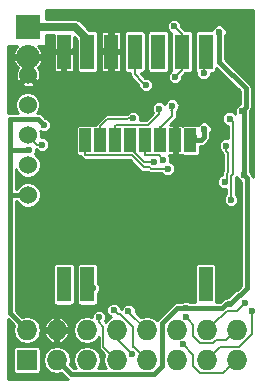
<source format=gbr>
G04 #@! TF.GenerationSoftware,KiCad,Pcbnew,no-vcs-found-7592~57~ubuntu16.10.1*
G04 #@! TF.CreationDate,2017-02-07T20:26:05+01:00*
G04 #@! TF.ProjectId,SensebenderMicro2,53656E736562656E6465724D6963726F,rev?*
G04 #@! TF.FileFunction,Copper,L2,Bot,Signal*
G04 #@! TF.FilePolarity,Positive*
%FSLAX46Y46*%
G04 Gerber Fmt 4.6, Leading zero omitted, Abs format (unit mm)*
G04 Created by KiCad (PCBNEW no-vcs-found-7592~57~ubuntu16.10.1) date Tue Feb  7 20:26:05 2017*
%MOMM*%
%LPD*%
G01*
G04 APERTURE LIST*
%ADD10C,0.100000*%
%ADD11C,0.600000*%
%ADD12R,1.200000X3.000000*%
%ADD13C,1.524000*%
%ADD14O,2.032000X2.032000*%
%ADD15R,2.032000X2.032000*%
%ADD16R,1.000000X2.000000*%
%ADD17O,1.727200X1.727200*%
%ADD18R,1.727200X1.727200*%
%ADD19C,0.381000*%
%ADD20C,0.203200*%
%ADD21C,0.710000*%
%ADD22C,0.228600*%
G04 APERTURE END LIST*
D10*
D11*
X104355900Y-90398600D03*
X101193600Y-90424000D03*
X102412800Y-87960200D03*
X107188000Y-99339400D03*
X92887800Y-84709000D03*
X94056200Y-84785200D03*
X95046800Y-85852000D03*
D12*
X106126800Y-85877400D03*
X104126800Y-85877400D03*
X102126800Y-85877400D03*
X100126800Y-85877400D03*
X98126800Y-85877400D03*
X96126800Y-85877400D03*
X94126800Y-85877400D03*
X94126800Y-105577400D03*
X96126800Y-105577400D03*
X106126800Y-105577400D03*
D11*
X108839000Y-84226400D03*
X109499400Y-87960200D03*
X90271600Y-99237800D03*
X108915200Y-97180400D03*
X89763600Y-90246200D03*
X90271600Y-100990400D03*
X91465400Y-96748600D03*
X90256360Y-96662240D03*
X94030800Y-101666040D03*
X93578680Y-103124000D03*
X107533440Y-104566720D03*
X105928160Y-100538280D03*
X97703640Y-85872320D03*
X108862400Y-82715100D03*
X101942900Y-105257600D03*
X98729800Y-106083100D03*
X95427800Y-102819200D03*
X94767400Y-94056200D03*
X93891100Y-95885000D03*
X101130100Y-84048600D03*
X93461840Y-99222560D03*
X99034600Y-90779600D03*
X106273600Y-88595200D03*
X93764100Y-91351100D03*
X96418400Y-91325700D03*
X92214700Y-89877900D03*
X91694000Y-103263700D03*
X91732100Y-101828600D03*
X97243900Y-104241600D03*
X103162100Y-107149900D03*
X104470200Y-105562400D03*
X98850200Y-88277700D03*
X96850200Y-88277700D03*
X104862400Y-82715100D03*
X102862400Y-82715100D03*
X100862400Y-82715100D03*
X98862400Y-82715100D03*
X96862400Y-82715100D03*
X94862400Y-82715100D03*
D13*
X91059000Y-90398600D03*
D14*
X91084400Y-86334600D03*
D15*
X91084400Y-83794600D03*
D11*
X92862400Y-82715100D03*
X101517200Y-98418400D03*
X100517200Y-98418400D03*
X99517200Y-98418400D03*
X101517200Y-97418400D03*
X99517200Y-97418400D03*
X101517200Y-96418400D03*
X100517200Y-96418400D03*
X99517200Y-96418400D03*
D16*
X104851200Y-93395800D03*
X103581200Y-93395800D03*
X102311200Y-93395800D03*
X101041200Y-93395800D03*
X99771200Y-93395800D03*
X98501200Y-93395800D03*
X97231200Y-93395800D03*
X95961200Y-93395800D03*
D17*
X108762800Y-109448600D03*
X108762800Y-111988600D03*
X106222800Y-109448600D03*
X106222800Y-111988600D03*
X103682800Y-109448600D03*
X103682800Y-111988600D03*
X101142800Y-109448600D03*
X101142800Y-111988600D03*
D18*
X90982800Y-111988600D03*
D17*
X90982800Y-109448600D03*
X93522800Y-111988600D03*
X93522800Y-109448600D03*
X96062800Y-111988600D03*
X96062800Y-109448600D03*
X98602800Y-111988600D03*
X98602800Y-109448600D03*
D13*
X91084400Y-92938600D03*
X91084400Y-87858600D03*
X91084400Y-95478600D03*
X91084400Y-98018600D03*
D11*
X107382918Y-96076021D03*
X107797600Y-92798900D03*
X108208306Y-107243590D03*
X104503751Y-107575002D03*
X107289600Y-84201000D03*
X109392530Y-96326389D03*
X109202400Y-90888300D03*
X91179407Y-94175186D03*
X106018638Y-92413147D03*
X92465752Y-92084752D03*
X94132400Y-105602800D03*
X103458698Y-83743800D03*
X102184200Y-90703400D03*
X103529279Y-88018910D03*
X101900000Y-86393310D03*
X99961700Y-91541600D03*
X101061810Y-88722174D03*
X100393500Y-84912200D03*
X101783056Y-95204482D03*
X102531610Y-95023877D03*
X105959861Y-87669979D03*
X102908100Y-95783400D03*
X106132400Y-105602800D03*
X99597812Y-107884794D03*
X98348800Y-107746800D03*
X91059000Y-90398600D03*
X91084400Y-95478600D03*
X92290900Y-93751400D03*
X108165900Y-91554300D03*
X108297669Y-98417046D03*
X109431032Y-107174342D03*
X110038581Y-107809889D03*
X107736704Y-96894025D03*
X107874658Y-93841804D03*
X97104200Y-108356400D03*
X99898200Y-111506000D03*
X103305573Y-90460246D03*
X96578710Y-105927598D03*
X104435029Y-108349773D03*
X104198087Y-110659525D03*
D19*
X109042200Y-106531013D02*
X108920883Y-106531013D01*
X108508305Y-106943591D02*
X108208306Y-107243590D01*
X107864856Y-107243590D02*
X108208306Y-107243590D01*
X107533444Y-107575002D02*
X107864856Y-107243590D01*
X104503751Y-107575002D02*
X107533444Y-107575002D01*
X108920883Y-106531013D02*
X108508305Y-106943591D01*
X101734113Y-113220501D02*
X102450899Y-112503715D01*
X102450899Y-112503715D02*
X102450899Y-108857287D01*
X104079487Y-107575002D02*
X104503751Y-107575002D01*
X94754701Y-113220501D02*
X101734113Y-113220501D01*
X93522800Y-111988600D02*
X94754701Y-113220501D01*
X103733184Y-107575002D02*
X104079487Y-107575002D01*
X102450899Y-108857287D02*
X103733184Y-107575002D01*
X109639089Y-96572948D02*
X109639089Y-105934124D01*
X109392530Y-96326389D02*
X109639089Y-96572948D01*
X109639089Y-105934124D02*
X109042200Y-106531013D01*
X109202400Y-90888300D02*
X109532701Y-90557999D01*
X109202400Y-90888300D02*
X109318160Y-90888300D01*
X109318160Y-90888300D02*
X109392530Y-90962670D01*
X109042200Y-106531013D02*
X109590840Y-105982373D01*
X109392530Y-90962670D02*
X109392530Y-96326389D01*
X107289600Y-86758499D02*
X109532701Y-89001600D01*
X109532701Y-89001600D02*
X109532701Y-90557999D01*
X107289600Y-84201000D02*
X107289600Y-86758499D01*
X109448981Y-96382840D02*
X109392530Y-96326389D01*
X109285700Y-90805000D02*
X109202400Y-90888300D01*
X89628586Y-94175186D02*
X90755143Y-94175186D01*
X89560400Y-94107000D02*
X89628586Y-94175186D01*
X90755143Y-94175186D02*
X91179407Y-94175186D01*
X89560400Y-97942400D02*
X89560400Y-94107000D01*
X89560400Y-94107000D02*
X89560400Y-91592400D01*
X106018638Y-93109362D02*
X106018638Y-92837411D01*
X106018638Y-92837411D02*
X106018638Y-92413147D01*
X104851200Y-93395800D02*
X105732200Y-93395800D01*
X105732200Y-93395800D02*
X106018638Y-93109362D01*
X89560400Y-91592400D02*
X91973400Y-91592400D01*
X91973400Y-91592400D02*
X92465752Y-92084752D01*
X89560400Y-99542600D02*
X89560400Y-97942400D01*
X89636600Y-98018600D02*
X91084400Y-98018600D01*
X89560400Y-97942400D02*
X89636600Y-98018600D01*
X89560400Y-108026200D02*
X89560400Y-99542600D01*
X90982800Y-109448600D02*
X89560400Y-108026200D01*
X105181400Y-93065600D02*
X104851200Y-93395800D01*
D20*
X103458698Y-83743800D02*
X104126800Y-84411902D01*
X104126800Y-84411902D02*
X104126800Y-85877400D01*
X103529279Y-88018910D02*
X104126800Y-87421389D01*
X104126800Y-87421389D02*
X104126800Y-85877400D01*
X98501200Y-93395800D02*
X98501200Y-92192600D01*
X98501200Y-92192600D02*
X98568000Y-92125800D01*
X98568000Y-92125800D02*
X101226122Y-92125800D01*
X101226122Y-92125800D02*
X102184200Y-91167722D01*
X102184200Y-91167722D02*
X102184200Y-90703400D01*
X104126800Y-84820906D02*
X103895788Y-84589894D01*
X104126800Y-85877400D02*
X104126800Y-84820906D01*
X97231200Y-93395800D02*
X97231200Y-92192600D01*
X99961700Y-91541600D02*
X99537436Y-91541600D01*
X99537436Y-91541600D02*
X99470636Y-91608400D01*
X99470636Y-91608400D02*
X97815400Y-91608400D01*
X97231200Y-92192600D02*
X97815400Y-91608400D01*
X100118957Y-85727508D02*
X100118957Y-87779321D01*
X100761811Y-88422175D02*
X101061810Y-88722174D01*
X100118957Y-87779321D02*
X100761811Y-88422175D01*
X100939791Y-95204482D02*
X101358792Y-95204482D01*
X99771200Y-94035891D02*
X100939791Y-95204482D01*
X101358792Y-95204482D02*
X101783056Y-95204482D01*
X99771200Y-93395800D02*
X99771200Y-94035891D01*
X101092001Y-94649801D02*
X102157534Y-94649801D01*
X102157534Y-94649801D02*
X102531610Y-95023877D01*
X105959861Y-87669979D02*
X105959861Y-86075339D01*
X105959861Y-86075339D02*
X106132400Y-85902800D01*
X106173936Y-86151896D02*
X106173936Y-86576160D01*
X106132400Y-85902800D02*
X106173936Y-85944336D01*
X106173936Y-85944336D02*
X106173936Y-86151896D01*
X101041200Y-94599000D02*
X101092001Y-94649801D01*
X101057200Y-94615000D02*
X101092001Y-94649801D01*
X101041200Y-93395800D02*
X101041200Y-94599000D01*
X101041200Y-94599000D02*
X101057200Y-94615000D01*
X102908100Y-95783400D02*
X102905809Y-95781109D01*
X102905809Y-95781109D02*
X101539761Y-95781109D01*
X101415052Y-95656400D02*
X100888800Y-95656400D01*
X101539761Y-95781109D02*
X101415052Y-95656400D01*
X99882201Y-94649801D02*
X96012001Y-94649801D01*
X100888800Y-95656400D02*
X99882201Y-94649801D01*
X96012001Y-94649801D02*
X95961200Y-94599000D01*
X95961200Y-94599000D02*
X95961200Y-93395800D01*
X99597812Y-107903612D02*
X99597812Y-107884794D01*
X101142800Y-109448600D02*
X99597812Y-107903612D01*
X98885250Y-108077000D02*
X98679000Y-108077000D01*
X98679000Y-108077000D02*
X98348800Y-107746800D01*
X100083121Y-110870999D02*
X100025199Y-110870999D01*
X101142800Y-111930678D02*
X100083121Y-110870999D01*
X101142800Y-111988600D02*
X101142800Y-111930678D01*
X100025199Y-110870999D02*
X100025199Y-109216949D01*
X100025199Y-109216949D02*
X98885250Y-108077000D01*
X91059000Y-90398600D02*
X91059000Y-90093800D01*
X92290900Y-93751400D02*
X91897200Y-93751400D01*
X91897200Y-93751400D02*
X91084400Y-92938600D01*
X107950000Y-107823000D02*
X108782374Y-107823000D01*
X109431032Y-107174342D02*
X108782374Y-107823000D01*
X107416600Y-108356400D02*
X107950000Y-107823000D01*
X107315000Y-108356400D02*
X106222800Y-109448600D01*
X107315000Y-108356400D02*
X107416600Y-108356400D01*
X108297669Y-96375237D02*
X108428659Y-96244247D01*
X108428659Y-96244247D02*
X108428659Y-91817059D01*
X108428659Y-91817059D02*
X108165900Y-91554300D01*
X108297669Y-98417046D02*
X108297669Y-96375237D01*
X110038581Y-109826869D02*
X110038581Y-108234153D01*
X106222800Y-111988600D02*
X107340401Y-110870999D01*
X110038581Y-108234153D02*
X110038581Y-107809889D01*
X107340401Y-110870999D02*
X108994451Y-110870999D01*
X108994451Y-110870999D02*
X110038581Y-109826869D01*
X107942058Y-96227940D02*
X107942058Y-96688671D01*
X108067523Y-94458933D02*
X108067523Y-96102475D01*
X107874658Y-93841804D02*
X107874658Y-94266068D01*
X108067523Y-96102475D02*
X107942058Y-96227940D01*
X107874658Y-94266068D02*
X108067523Y-94458933D01*
X107942058Y-96688671D02*
X107736704Y-96894025D01*
D21*
X91084400Y-83794600D02*
X95083242Y-83794600D01*
X95083242Y-83794600D02*
X96132400Y-84843758D01*
X96132400Y-84843758D02*
X96132400Y-85902800D01*
D20*
X97104200Y-108356400D02*
X97104200Y-108780664D01*
X97104200Y-108780664D02*
X97485199Y-109161663D01*
X97485199Y-109161663D02*
X97485199Y-110870999D01*
X97485199Y-110870999D02*
X97739201Y-111125001D01*
X97739201Y-111125001D02*
X98602800Y-111988600D01*
X99898200Y-111506000D02*
X98602800Y-110210600D01*
X98602800Y-110210600D02*
X98602800Y-109448600D01*
X102311200Y-92318840D02*
X103305573Y-91324467D01*
X103305573Y-91324467D02*
X103305573Y-90884510D01*
X103305573Y-90884510D02*
X103305573Y-90460246D01*
X102311200Y-93395800D02*
X102311200Y-92318840D01*
X102311200Y-92318840D02*
X102311200Y-92192600D01*
X103213471Y-90820240D02*
X103233304Y-90820240D01*
X96253912Y-105602800D02*
X96278711Y-105627599D01*
X96278711Y-105627599D02*
X96578710Y-105927598D01*
X96132400Y-105602800D02*
X96253912Y-105602800D01*
X107899201Y-110312199D02*
X107013251Y-110312199D01*
X105686351Y-110566201D02*
X105105199Y-109985049D01*
X106759249Y-110566201D02*
X105686351Y-110566201D01*
X104735028Y-108649772D02*
X104435029Y-108349773D01*
X108762800Y-109448600D02*
X107899201Y-110312199D01*
X105105199Y-109985049D02*
X105105199Y-109019943D01*
X107013251Y-110312199D02*
X106759249Y-110566201D01*
X105105199Y-109019943D02*
X104735028Y-108649772D01*
X105686351Y-113106201D02*
X107645199Y-113106201D01*
X104198087Y-110659525D02*
X105105199Y-111566637D01*
X107645199Y-113106201D02*
X107899201Y-112852199D01*
X105105199Y-112525049D02*
X105686351Y-113106201D01*
X107899201Y-112852199D02*
X108762800Y-111988600D01*
X105105199Y-111566637D02*
X105105199Y-112525049D01*
D22*
G36*
X110132500Y-96499604D02*
X110122585Y-96449756D01*
X110108420Y-96378544D01*
X110010113Y-96231419D01*
X110010137Y-96204099D01*
X109916327Y-95977060D01*
X109900530Y-95961235D01*
X109900530Y-90962670D01*
X109891558Y-90917562D01*
X109891911Y-90917209D01*
X110002032Y-90752403D01*
X110040701Y-90557999D01*
X110040701Y-89001600D01*
X110002032Y-88807197D01*
X109891911Y-88642390D01*
X107797600Y-86548079D01*
X107797600Y-84566403D01*
X107812786Y-84551243D01*
X107906993Y-84324367D01*
X107907207Y-84078710D01*
X107813397Y-83851671D01*
X107639843Y-83677814D01*
X107412967Y-83583607D01*
X107167310Y-83583393D01*
X106940271Y-83677203D01*
X106766414Y-83850757D01*
X106682153Y-84053680D01*
X105526800Y-84053680D01*
X105402918Y-84078322D01*
X105297895Y-84148495D01*
X105227722Y-84253518D01*
X105203080Y-84377400D01*
X105203080Y-87377400D01*
X105227722Y-87501282D01*
X105297895Y-87606305D01*
X105342390Y-87636035D01*
X105342254Y-87792269D01*
X105436064Y-88019308D01*
X105609618Y-88193165D01*
X105836494Y-88287372D01*
X106082151Y-88287586D01*
X106309190Y-88193776D01*
X106483047Y-88020222D01*
X106577254Y-87793346D01*
X106577334Y-87701120D01*
X106726800Y-87701120D01*
X106850682Y-87676478D01*
X106955705Y-87606305D01*
X107025878Y-87501282D01*
X107050520Y-87377400D01*
X107050520Y-87237839D01*
X109024701Y-89212020D01*
X109024701Y-90293587D01*
X108853071Y-90364503D01*
X108679214Y-90538057D01*
X108585007Y-90764933D01*
X108584793Y-91010590D01*
X108647745Y-91162945D01*
X108516143Y-91031114D01*
X108289267Y-90936907D01*
X108043610Y-90936693D01*
X107816571Y-91030503D01*
X107642714Y-91204057D01*
X107548507Y-91430933D01*
X107548293Y-91676590D01*
X107642103Y-91903629D01*
X107815657Y-92077486D01*
X108009559Y-92158001D01*
X108009559Y-93229200D01*
X107998025Y-93224411D01*
X107752368Y-93224197D01*
X107525329Y-93318007D01*
X107351472Y-93491561D01*
X107257265Y-93718437D01*
X107257051Y-93964094D01*
X107350861Y-94191133D01*
X107462997Y-94303464D01*
X107487460Y-94426451D01*
X107559588Y-94534397D01*
X107578310Y-94562416D01*
X107648423Y-94632529D01*
X107648423Y-95928879D01*
X107645710Y-95931592D01*
X107554860Y-96067557D01*
X107522958Y-96227940D01*
X107522958Y-96314207D01*
X107387375Y-96370228D01*
X107213518Y-96543782D01*
X107119311Y-96770658D01*
X107119097Y-97016315D01*
X107212907Y-97243354D01*
X107386461Y-97417211D01*
X107613337Y-97511418D01*
X107858994Y-97511632D01*
X107878569Y-97503544D01*
X107878569Y-97962898D01*
X107774483Y-98066803D01*
X107680276Y-98293679D01*
X107680062Y-98539336D01*
X107773872Y-98766375D01*
X107947426Y-98940232D01*
X108174302Y-99034439D01*
X108419959Y-99034653D01*
X108646998Y-98940843D01*
X108820855Y-98767289D01*
X108915062Y-98540413D01*
X108915276Y-98294756D01*
X108821466Y-98067717D01*
X108716769Y-97962837D01*
X108716769Y-96548834D01*
X108725008Y-96540595D01*
X108779318Y-96459315D01*
X108868733Y-96675718D01*
X109042287Y-96849575D01*
X109131089Y-96886449D01*
X109131089Y-105723703D01*
X108955645Y-105899148D01*
X108809656Y-106045137D01*
X108758733Y-106055267D01*
X108726479Y-106061682D01*
X108561672Y-106171803D01*
X108149095Y-106584381D01*
X108107474Y-106626002D01*
X108086016Y-106625983D01*
X107858977Y-106719793D01*
X107837752Y-106740981D01*
X107702706Y-106767844D01*
X107670452Y-106774259D01*
X107505646Y-106884380D01*
X107323024Y-107067002D01*
X107050520Y-107067002D01*
X107050520Y-104077400D01*
X107025878Y-103953518D01*
X106955705Y-103848495D01*
X106850682Y-103778322D01*
X106726800Y-103753680D01*
X105526800Y-103753680D01*
X105402918Y-103778322D01*
X105297895Y-103848495D01*
X105227722Y-103953518D01*
X105203080Y-104077400D01*
X105203080Y-107067002D01*
X104869154Y-107067002D01*
X104853994Y-107051816D01*
X104627118Y-106957609D01*
X104381461Y-106957395D01*
X104154422Y-107051205D01*
X104138597Y-107067002D01*
X103733184Y-107067002D01*
X103538781Y-107105671D01*
X103373974Y-107215792D01*
X102091689Y-108498077D01*
X102004017Y-108629288D01*
X101977964Y-108590297D01*
X101594787Y-108334267D01*
X101142800Y-108244361D01*
X100690813Y-108334267D01*
X100649061Y-108362165D01*
X100215275Y-107928379D01*
X100215419Y-107762504D01*
X100121609Y-107535465D01*
X99948055Y-107361608D01*
X99721179Y-107267401D01*
X99475522Y-107267187D01*
X99248483Y-107360997D01*
X99074626Y-107534551D01*
X99012867Y-107683284D01*
X98966364Y-107674034D01*
X98966407Y-107624510D01*
X98872597Y-107397471D01*
X98699043Y-107223614D01*
X98472167Y-107129407D01*
X98226510Y-107129193D01*
X97999471Y-107223003D01*
X97825614Y-107396557D01*
X97731407Y-107623433D01*
X97731193Y-107869090D01*
X97825003Y-108096129D01*
X97998557Y-108269986D01*
X98152537Y-108333924D01*
X98150813Y-108334267D01*
X97767636Y-108590297D01*
X97663051Y-108746819D01*
X97625129Y-108708897D01*
X97627386Y-108706643D01*
X97721593Y-108479767D01*
X97721807Y-108234110D01*
X97627997Y-108007071D01*
X97454443Y-107833214D01*
X97227567Y-107739007D01*
X96981910Y-107738793D01*
X96754871Y-107832603D01*
X96581014Y-108006157D01*
X96486807Y-108233033D01*
X96486724Y-108328685D01*
X96062800Y-108244361D01*
X95610813Y-108334267D01*
X95227636Y-108590297D01*
X94971606Y-108973474D01*
X94881700Y-109425461D01*
X94881700Y-109471739D01*
X94971606Y-109923726D01*
X95227636Y-110306903D01*
X95610813Y-110562933D01*
X96062800Y-110652839D01*
X96514787Y-110562933D01*
X96897964Y-110306903D01*
X97066099Y-110055271D01*
X97066099Y-110870999D01*
X97098001Y-111031382D01*
X97160556Y-111125001D01*
X97188851Y-111167347D01*
X97442852Y-111421349D01*
X97442855Y-111421351D01*
X97520967Y-111499464D01*
X97511606Y-111513474D01*
X97421700Y-111965461D01*
X97421700Y-112011739D01*
X97511606Y-112463726D01*
X97677832Y-112712501D01*
X96987768Y-112712501D01*
X97153994Y-112463726D01*
X97243900Y-112011739D01*
X97243900Y-111965461D01*
X97153994Y-111513474D01*
X96897964Y-111130297D01*
X96514787Y-110874267D01*
X96062800Y-110784361D01*
X95610813Y-110874267D01*
X95227636Y-111130297D01*
X94971606Y-111513474D01*
X94881700Y-111965461D01*
X94881700Y-112011739D01*
X94971606Y-112463726D01*
X95137832Y-112712501D01*
X94965121Y-112712501D01*
X94630975Y-112378355D01*
X94703900Y-112011739D01*
X94703900Y-111965461D01*
X94613994Y-111513474D01*
X94357964Y-111130297D01*
X93974787Y-110874267D01*
X93522800Y-110784361D01*
X93070813Y-110874267D01*
X92687636Y-111130297D01*
X92431606Y-111513474D01*
X92341700Y-111965461D01*
X92341700Y-112011739D01*
X92431606Y-112463726D01*
X92687636Y-112846903D01*
X93070813Y-113102933D01*
X93522800Y-113192839D01*
X93928016Y-113112236D01*
X94395491Y-113579711D01*
X94474494Y-113632500D01*
X89367500Y-113632500D01*
X89367500Y-111125000D01*
X89795480Y-111125000D01*
X89795480Y-112852200D01*
X89820122Y-112976082D01*
X89890295Y-113081105D01*
X89995318Y-113151278D01*
X90119200Y-113175920D01*
X91846400Y-113175920D01*
X91970282Y-113151278D01*
X92075305Y-113081105D01*
X92145478Y-112976082D01*
X92170120Y-112852200D01*
X92170120Y-111125000D01*
X92145478Y-111001118D01*
X92075305Y-110896095D01*
X91970282Y-110825922D01*
X91846400Y-110801280D01*
X90119200Y-110801280D01*
X89995318Y-110825922D01*
X89890295Y-110896095D01*
X89820122Y-111001118D01*
X89795480Y-111125000D01*
X89367500Y-111125000D01*
X89367500Y-108551720D01*
X89874625Y-109058845D01*
X89801700Y-109425461D01*
X89801700Y-109471739D01*
X89891606Y-109923726D01*
X90147636Y-110306903D01*
X90530813Y-110562933D01*
X90982800Y-110652839D01*
X91434787Y-110562933D01*
X91817964Y-110306903D01*
X92073994Y-109923726D01*
X92106154Y-109762044D01*
X92436815Y-109762044D01*
X92639431Y-110153773D01*
X92976531Y-110438146D01*
X93209358Y-110534571D01*
X93383100Y-110503011D01*
X93383100Y-109588300D01*
X93662500Y-109588300D01*
X93662500Y-110503011D01*
X93836242Y-110534571D01*
X94069069Y-110438146D01*
X94406169Y-110153773D01*
X94608785Y-109762044D01*
X94577773Y-109588300D01*
X93662500Y-109588300D01*
X93383100Y-109588300D01*
X92467827Y-109588300D01*
X92436815Y-109762044D01*
X92106154Y-109762044D01*
X92163900Y-109471739D01*
X92163900Y-109425461D01*
X92106155Y-109135156D01*
X92436815Y-109135156D01*
X92467827Y-109308900D01*
X93383100Y-109308900D01*
X93383100Y-108394189D01*
X93662500Y-108394189D01*
X93662500Y-109308900D01*
X94577773Y-109308900D01*
X94608785Y-109135156D01*
X94406169Y-108743427D01*
X94069069Y-108459054D01*
X93836242Y-108362629D01*
X93662500Y-108394189D01*
X93383100Y-108394189D01*
X93209358Y-108362629D01*
X92976531Y-108459054D01*
X92639431Y-108743427D01*
X92436815Y-109135156D01*
X92106155Y-109135156D01*
X92073994Y-108973474D01*
X91817964Y-108590297D01*
X91434787Y-108334267D01*
X90982800Y-108244361D01*
X90577584Y-108324964D01*
X90068400Y-107815780D01*
X90068400Y-104077400D01*
X93203080Y-104077400D01*
X93203080Y-107077400D01*
X93227722Y-107201282D01*
X93297895Y-107306305D01*
X93402918Y-107376478D01*
X93526800Y-107401120D01*
X94726800Y-107401120D01*
X94850682Y-107376478D01*
X94955705Y-107306305D01*
X95025878Y-107201282D01*
X95050520Y-107077400D01*
X95050520Y-104077400D01*
X95203080Y-104077400D01*
X95203080Y-107077400D01*
X95227722Y-107201282D01*
X95297895Y-107306305D01*
X95402918Y-107376478D01*
X95526800Y-107401120D01*
X96726800Y-107401120D01*
X96850682Y-107376478D01*
X96955705Y-107306305D01*
X97025878Y-107201282D01*
X97050520Y-107077400D01*
X97050520Y-106329127D01*
X97101896Y-106277841D01*
X97196103Y-106050965D01*
X97196317Y-105805308D01*
X97102507Y-105578269D01*
X97050520Y-105526191D01*
X97050520Y-104077400D01*
X97025878Y-103953518D01*
X96955705Y-103848495D01*
X96850682Y-103778322D01*
X96726800Y-103753680D01*
X95526800Y-103753680D01*
X95402918Y-103778322D01*
X95297895Y-103848495D01*
X95227722Y-103953518D01*
X95203080Y-104077400D01*
X95050520Y-104077400D01*
X95025878Y-103953518D01*
X94955705Y-103848495D01*
X94850682Y-103778322D01*
X94726800Y-103753680D01*
X93526800Y-103753680D01*
X93402918Y-103778322D01*
X93297895Y-103848495D01*
X93227722Y-103953518D01*
X93203080Y-104077400D01*
X90068400Y-104077400D01*
X90068400Y-98526600D01*
X90126281Y-98526600D01*
X90168711Y-98629289D01*
X90472114Y-98933222D01*
X90868732Y-99097913D01*
X91298184Y-99098287D01*
X91695089Y-98934289D01*
X91999022Y-98630886D01*
X92163713Y-98234268D01*
X92164087Y-97804816D01*
X92000089Y-97407911D01*
X91696686Y-97103978D01*
X91300068Y-96939287D01*
X90870616Y-96938913D01*
X90473711Y-97102911D01*
X90169778Y-97406314D01*
X90126474Y-97510600D01*
X90068400Y-97510600D01*
X90068400Y-95846518D01*
X90168711Y-96089289D01*
X90472114Y-96393222D01*
X90868732Y-96557913D01*
X91298184Y-96558287D01*
X91695089Y-96394289D01*
X91999022Y-96090886D01*
X92163713Y-95694268D01*
X92164087Y-95264816D01*
X92000089Y-94867911D01*
X91696686Y-94563978D01*
X91673586Y-94554386D01*
X91702593Y-94525429D01*
X91796800Y-94298553D01*
X91796929Y-94150555D01*
X91821776Y-94155497D01*
X91940657Y-94274586D01*
X92167533Y-94368793D01*
X92413190Y-94369007D01*
X92640229Y-94275197D01*
X92814086Y-94101643D01*
X92908293Y-93874767D01*
X92908507Y-93629110D01*
X92814697Y-93402071D01*
X92641143Y-93228214D01*
X92414267Y-93134007D01*
X92168610Y-93133793D01*
X92163729Y-93135810D01*
X92164087Y-92724816D01*
X92115853Y-92608081D01*
X92342385Y-92702145D01*
X92588042Y-92702359D01*
X92815081Y-92608549D01*
X92988938Y-92434995D01*
X93005213Y-92395800D01*
X95137480Y-92395800D01*
X95137480Y-94395800D01*
X95162122Y-94519682D01*
X95232295Y-94624705D01*
X95337318Y-94694878D01*
X95461200Y-94719520D01*
X95566073Y-94719520D01*
X95574002Y-94759383D01*
X95643568Y-94863494D01*
X95664852Y-94895348D01*
X95715652Y-94946149D01*
X95799535Y-95002198D01*
X95851618Y-95036999D01*
X96012001Y-95068901D01*
X99708605Y-95068901D01*
X100592452Y-95952748D01*
X100728417Y-96043598D01*
X100888800Y-96075500D01*
X101241455Y-96075500D01*
X101243412Y-96077457D01*
X101325020Y-96131986D01*
X101379378Y-96168307D01*
X101539761Y-96200209D01*
X102451665Y-96200209D01*
X102557857Y-96306586D01*
X102784733Y-96400793D01*
X103030390Y-96401007D01*
X103257429Y-96307197D01*
X103431286Y-96133643D01*
X103525493Y-95906767D01*
X103525707Y-95661110D01*
X103431897Y-95434071D01*
X103258343Y-95260214D01*
X103125072Y-95204875D01*
X103149003Y-95147244D01*
X103149217Y-94901587D01*
X103055407Y-94674548D01*
X103043380Y-94662500D01*
X103374825Y-94662500D01*
X103441500Y-94595825D01*
X103441500Y-93535500D01*
X103421500Y-93535500D01*
X103421500Y-93256100D01*
X103441500Y-93256100D01*
X103441500Y-92195775D01*
X103720900Y-92195775D01*
X103720900Y-93256100D01*
X103740900Y-93256100D01*
X103740900Y-93535500D01*
X103720900Y-93535500D01*
X103720900Y-94595825D01*
X103787575Y-94662500D01*
X104134250Y-94662500D01*
X104161788Y-94651093D01*
X104227318Y-94694878D01*
X104351200Y-94719520D01*
X105351200Y-94719520D01*
X105475082Y-94694878D01*
X105580105Y-94624705D01*
X105650278Y-94519682D01*
X105674920Y-94395800D01*
X105674920Y-93903800D01*
X105732200Y-93903800D01*
X105926603Y-93865131D01*
X106091410Y-93755010D01*
X106377849Y-93468572D01*
X106487969Y-93303765D01*
X106526638Y-93109362D01*
X106526638Y-92778550D01*
X106541824Y-92763390D01*
X106636031Y-92536514D01*
X106636245Y-92290857D01*
X106542435Y-92063818D01*
X106368881Y-91889961D01*
X106142005Y-91795754D01*
X105896348Y-91795540D01*
X105669309Y-91889350D01*
X105495452Y-92062904D01*
X105480035Y-92100032D01*
X105475082Y-92096722D01*
X105351200Y-92072080D01*
X104351200Y-92072080D01*
X104227318Y-92096722D01*
X104161788Y-92140507D01*
X104134250Y-92129100D01*
X103787575Y-92129100D01*
X103720900Y-92195775D01*
X103441500Y-92195775D01*
X103374825Y-92129100D01*
X103093636Y-92129100D01*
X103601922Y-91620815D01*
X103678844Y-91505693D01*
X103692771Y-91484850D01*
X103724673Y-91324467D01*
X103724673Y-90914394D01*
X103828759Y-90810489D01*
X103922966Y-90583613D01*
X103923180Y-90337956D01*
X103829370Y-90110917D01*
X103655816Y-89937060D01*
X103428940Y-89842853D01*
X103183283Y-89842639D01*
X102956244Y-89936449D01*
X102782387Y-90110003D01*
X102688960Y-90335001D01*
X102534443Y-90180214D01*
X102307567Y-90086007D01*
X102061910Y-90085793D01*
X101834871Y-90179603D01*
X101661014Y-90353157D01*
X101566807Y-90580033D01*
X101566593Y-90825690D01*
X101660403Y-91052729D01*
X101683430Y-91075796D01*
X101052526Y-91706700D01*
X100561764Y-91706700D01*
X100579093Y-91664967D01*
X100579307Y-91419310D01*
X100485497Y-91192271D01*
X100311943Y-91018414D01*
X100085067Y-90924207D01*
X99839410Y-90923993D01*
X99612371Y-91017803D01*
X99500040Y-91129939D01*
X99377053Y-91154402D01*
X99324825Y-91189300D01*
X97815400Y-91189300D01*
X97655018Y-91221201D01*
X97519052Y-91312051D01*
X96934852Y-91896252D01*
X96844002Y-92032217D01*
X96836073Y-92072080D01*
X96731200Y-92072080D01*
X96607318Y-92096722D01*
X96596200Y-92104151D01*
X96585082Y-92096722D01*
X96461200Y-92072080D01*
X95461200Y-92072080D01*
X95337318Y-92096722D01*
X95232295Y-92166895D01*
X95162122Y-92271918D01*
X95137480Y-92395800D01*
X93005213Y-92395800D01*
X93083145Y-92208119D01*
X93083359Y-91962462D01*
X92989549Y-91735423D01*
X92815995Y-91561566D01*
X92589119Y-91467359D01*
X92566760Y-91467340D01*
X92332610Y-91233190D01*
X92167803Y-91123069D01*
X91973400Y-91084400D01*
X91899980Y-91084400D01*
X91973622Y-91010886D01*
X92138313Y-90614268D01*
X92138687Y-90184816D01*
X91974689Y-89787911D01*
X91671286Y-89483978D01*
X91274668Y-89319287D01*
X90845216Y-89318913D01*
X90448311Y-89482911D01*
X90144378Y-89786314D01*
X89979687Y-90182932D01*
X89979313Y-90612384D01*
X90143311Y-91009289D01*
X90218291Y-91084400D01*
X89560400Y-91084400D01*
X89367500Y-91122770D01*
X89367500Y-88644826D01*
X90495739Y-88644826D01*
X90586412Y-88781693D01*
X90977572Y-88901998D01*
X91384995Y-88863456D01*
X91582388Y-88781693D01*
X91673061Y-88644826D01*
X91084400Y-88056166D01*
X90495739Y-88644826D01*
X89367500Y-88644826D01*
X89367500Y-86672045D01*
X89846882Y-86672045D01*
X89970723Y-86971054D01*
X90255240Y-87298382D01*
X90161307Y-87360612D01*
X90041002Y-87751772D01*
X90079544Y-88159195D01*
X90161307Y-88356588D01*
X90298174Y-88447261D01*
X90886834Y-87858600D01*
X90872692Y-87844458D01*
X91070258Y-87646892D01*
X91084400Y-87661034D01*
X91098542Y-87646892D01*
X91296108Y-87844458D01*
X91281966Y-87858600D01*
X91870626Y-88447261D01*
X92007493Y-88356588D01*
X92127798Y-87965428D01*
X92089256Y-87558005D01*
X92007493Y-87360612D01*
X91913560Y-87298382D01*
X92198077Y-86971054D01*
X92321918Y-86672045D01*
X92292374Y-86474300D01*
X91224100Y-86474300D01*
X91224100Y-86494300D01*
X90944700Y-86494300D01*
X90944700Y-86474300D01*
X89876426Y-86474300D01*
X89846882Y-86672045D01*
X89367500Y-86672045D01*
X89367500Y-85444709D01*
X90193692Y-85441626D01*
X89970723Y-85698146D01*
X89846882Y-85997155D01*
X89876426Y-86194900D01*
X90944700Y-86194900D01*
X90944700Y-86174900D01*
X91224100Y-86174900D01*
X91224100Y-86194900D01*
X92292374Y-86194900D01*
X92308976Y-86083775D01*
X93260100Y-86083775D01*
X93260100Y-87430450D01*
X93300703Y-87528473D01*
X93375727Y-87603497D01*
X93473750Y-87644100D01*
X93920425Y-87644100D01*
X93987100Y-87577425D01*
X93987100Y-86017100D01*
X94266500Y-86017100D01*
X94266500Y-87577425D01*
X94333175Y-87644100D01*
X94779850Y-87644100D01*
X94877873Y-87603497D01*
X94952897Y-87528473D01*
X94993500Y-87430450D01*
X94993500Y-86083775D01*
X94926825Y-86017100D01*
X94266500Y-86017100D01*
X93987100Y-86017100D01*
X93326775Y-86017100D01*
X93260100Y-86083775D01*
X92308976Y-86083775D01*
X92321918Y-85997155D01*
X92198077Y-85698146D01*
X91969349Y-85435001D01*
X92532626Y-85432899D01*
X92576334Y-85424035D01*
X92613323Y-85399120D01*
X92637962Y-85361946D01*
X92646500Y-85318600D01*
X92646500Y-84467100D01*
X93260100Y-84467100D01*
X93260100Y-85671025D01*
X93326775Y-85737700D01*
X93987100Y-85737700D01*
X93987100Y-85717700D01*
X94266500Y-85717700D01*
X94266500Y-85737700D01*
X94926825Y-85737700D01*
X94993500Y-85671025D01*
X94993500Y-84655916D01*
X95203080Y-84865497D01*
X95203080Y-87377400D01*
X95227722Y-87501282D01*
X95297895Y-87606305D01*
X95402918Y-87676478D01*
X95526800Y-87701120D01*
X96726800Y-87701120D01*
X96850682Y-87676478D01*
X96955705Y-87606305D01*
X97025878Y-87501282D01*
X97050520Y-87377400D01*
X97050520Y-86083775D01*
X97260100Y-86083775D01*
X97260100Y-87430450D01*
X97300703Y-87528473D01*
X97375727Y-87603497D01*
X97473750Y-87644100D01*
X97920425Y-87644100D01*
X97987100Y-87577425D01*
X97987100Y-86017100D01*
X98266500Y-86017100D01*
X98266500Y-87577425D01*
X98333175Y-87644100D01*
X98779850Y-87644100D01*
X98877873Y-87603497D01*
X98952897Y-87528473D01*
X98993500Y-87430450D01*
X98993500Y-86083775D01*
X98926825Y-86017100D01*
X98266500Y-86017100D01*
X97987100Y-86017100D01*
X97326775Y-86017100D01*
X97260100Y-86083775D01*
X97050520Y-86083775D01*
X97050520Y-84377400D01*
X97039968Y-84324350D01*
X97260100Y-84324350D01*
X97260100Y-85671025D01*
X97326775Y-85737700D01*
X97987100Y-85737700D01*
X97987100Y-84177375D01*
X98266500Y-84177375D01*
X98266500Y-85737700D01*
X98926825Y-85737700D01*
X98993500Y-85671025D01*
X98993500Y-84377400D01*
X99203080Y-84377400D01*
X99203080Y-87377400D01*
X99227722Y-87501282D01*
X99297895Y-87606305D01*
X99402918Y-87676478D01*
X99526800Y-87701120D01*
X99699857Y-87701120D01*
X99699857Y-87779321D01*
X99731759Y-87939704D01*
X99785560Y-88020222D01*
X99822609Y-88075669D01*
X100444331Y-88697392D01*
X100444203Y-88844464D01*
X100538013Y-89071503D01*
X100711567Y-89245360D01*
X100938443Y-89339567D01*
X101184100Y-89339781D01*
X101411139Y-89245971D01*
X101584996Y-89072417D01*
X101679203Y-88845541D01*
X101679417Y-88599884D01*
X101585607Y-88372845D01*
X101412053Y-88198988D01*
X101185177Y-88104781D01*
X101036985Y-88104652D01*
X100633452Y-87701120D01*
X100726800Y-87701120D01*
X100850682Y-87676478D01*
X100955705Y-87606305D01*
X101025878Y-87501282D01*
X101050520Y-87377400D01*
X101050520Y-84377400D01*
X101203080Y-84377400D01*
X101203080Y-87377400D01*
X101227722Y-87501282D01*
X101297895Y-87606305D01*
X101402918Y-87676478D01*
X101526800Y-87701120D01*
X102726800Y-87701120D01*
X102850682Y-87676478D01*
X102955705Y-87606305D01*
X103025878Y-87501282D01*
X103050520Y-87377400D01*
X103050520Y-84377400D01*
X103025878Y-84253518D01*
X102955705Y-84148495D01*
X102850682Y-84078322D01*
X102726800Y-84053680D01*
X101526800Y-84053680D01*
X101402918Y-84078322D01*
X101297895Y-84148495D01*
X101227722Y-84253518D01*
X101203080Y-84377400D01*
X101050520Y-84377400D01*
X101025878Y-84253518D01*
X100955705Y-84148495D01*
X100850682Y-84078322D01*
X100726800Y-84053680D01*
X99526800Y-84053680D01*
X99402918Y-84078322D01*
X99297895Y-84148495D01*
X99227722Y-84253518D01*
X99203080Y-84377400D01*
X98993500Y-84377400D01*
X98993500Y-84324350D01*
X98952897Y-84226327D01*
X98877873Y-84151303D01*
X98779850Y-84110700D01*
X98333175Y-84110700D01*
X98266500Y-84177375D01*
X97987100Y-84177375D01*
X97920425Y-84110700D01*
X97473750Y-84110700D01*
X97375727Y-84151303D01*
X97300703Y-84226327D01*
X97260100Y-84324350D01*
X97039968Y-84324350D01*
X97025878Y-84253518D01*
X96955705Y-84148495D01*
X96850682Y-84078322D01*
X96726800Y-84053680D01*
X96293381Y-84053680D01*
X96105791Y-83866090D01*
X102841091Y-83866090D01*
X102934901Y-84093129D01*
X103108455Y-84266986D01*
X103216148Y-84311704D01*
X103203080Y-84377400D01*
X103203080Y-87377400D01*
X103222960Y-87477342D01*
X103179950Y-87495113D01*
X103006093Y-87668667D01*
X102911886Y-87895543D01*
X102911672Y-88141200D01*
X103005482Y-88368239D01*
X103179036Y-88542096D01*
X103405912Y-88636303D01*
X103651569Y-88636517D01*
X103878608Y-88542707D01*
X104052465Y-88369153D01*
X104146672Y-88142277D01*
X104146801Y-87994084D01*
X104423148Y-87717738D01*
X104434252Y-87701120D01*
X104726800Y-87701120D01*
X104850682Y-87676478D01*
X104955705Y-87606305D01*
X105025878Y-87501282D01*
X105050520Y-87377400D01*
X105050520Y-84377400D01*
X105025878Y-84253518D01*
X104955705Y-84148495D01*
X104850682Y-84078322D01*
X104726800Y-84053680D01*
X104361275Y-84053680D01*
X104076177Y-83768582D01*
X104076305Y-83621510D01*
X103982495Y-83394471D01*
X103808941Y-83220614D01*
X103582065Y-83126407D01*
X103336408Y-83126193D01*
X103109369Y-83220003D01*
X102935512Y-83393557D01*
X102841305Y-83620433D01*
X102841091Y-83866090D01*
X96105791Y-83866090D01*
X95558771Y-83319071D01*
X95411420Y-83220614D01*
X95340597Y-83173291D01*
X95083242Y-83122100D01*
X92646500Y-83122100D01*
X92646500Y-82367500D01*
X110132500Y-82367500D01*
X110132500Y-96499604D01*
X110132500Y-96499604D01*
G37*
X110132500Y-96499604D02*
X110122585Y-96449756D01*
X110108420Y-96378544D01*
X110010113Y-96231419D01*
X110010137Y-96204099D01*
X109916327Y-95977060D01*
X109900530Y-95961235D01*
X109900530Y-90962670D01*
X109891558Y-90917562D01*
X109891911Y-90917209D01*
X110002032Y-90752403D01*
X110040701Y-90557999D01*
X110040701Y-89001600D01*
X110002032Y-88807197D01*
X109891911Y-88642390D01*
X107797600Y-86548079D01*
X107797600Y-84566403D01*
X107812786Y-84551243D01*
X107906993Y-84324367D01*
X107907207Y-84078710D01*
X107813397Y-83851671D01*
X107639843Y-83677814D01*
X107412967Y-83583607D01*
X107167310Y-83583393D01*
X106940271Y-83677203D01*
X106766414Y-83850757D01*
X106682153Y-84053680D01*
X105526800Y-84053680D01*
X105402918Y-84078322D01*
X105297895Y-84148495D01*
X105227722Y-84253518D01*
X105203080Y-84377400D01*
X105203080Y-87377400D01*
X105227722Y-87501282D01*
X105297895Y-87606305D01*
X105342390Y-87636035D01*
X105342254Y-87792269D01*
X105436064Y-88019308D01*
X105609618Y-88193165D01*
X105836494Y-88287372D01*
X106082151Y-88287586D01*
X106309190Y-88193776D01*
X106483047Y-88020222D01*
X106577254Y-87793346D01*
X106577334Y-87701120D01*
X106726800Y-87701120D01*
X106850682Y-87676478D01*
X106955705Y-87606305D01*
X107025878Y-87501282D01*
X107050520Y-87377400D01*
X107050520Y-87237839D01*
X109024701Y-89212020D01*
X109024701Y-90293587D01*
X108853071Y-90364503D01*
X108679214Y-90538057D01*
X108585007Y-90764933D01*
X108584793Y-91010590D01*
X108647745Y-91162945D01*
X108516143Y-91031114D01*
X108289267Y-90936907D01*
X108043610Y-90936693D01*
X107816571Y-91030503D01*
X107642714Y-91204057D01*
X107548507Y-91430933D01*
X107548293Y-91676590D01*
X107642103Y-91903629D01*
X107815657Y-92077486D01*
X108009559Y-92158001D01*
X108009559Y-93229200D01*
X107998025Y-93224411D01*
X107752368Y-93224197D01*
X107525329Y-93318007D01*
X107351472Y-93491561D01*
X107257265Y-93718437D01*
X107257051Y-93964094D01*
X107350861Y-94191133D01*
X107462997Y-94303464D01*
X107487460Y-94426451D01*
X107559588Y-94534397D01*
X107578310Y-94562416D01*
X107648423Y-94632529D01*
X107648423Y-95928879D01*
X107645710Y-95931592D01*
X107554860Y-96067557D01*
X107522958Y-96227940D01*
X107522958Y-96314207D01*
X107387375Y-96370228D01*
X107213518Y-96543782D01*
X107119311Y-96770658D01*
X107119097Y-97016315D01*
X107212907Y-97243354D01*
X107386461Y-97417211D01*
X107613337Y-97511418D01*
X107858994Y-97511632D01*
X107878569Y-97503544D01*
X107878569Y-97962898D01*
X107774483Y-98066803D01*
X107680276Y-98293679D01*
X107680062Y-98539336D01*
X107773872Y-98766375D01*
X107947426Y-98940232D01*
X108174302Y-99034439D01*
X108419959Y-99034653D01*
X108646998Y-98940843D01*
X108820855Y-98767289D01*
X108915062Y-98540413D01*
X108915276Y-98294756D01*
X108821466Y-98067717D01*
X108716769Y-97962837D01*
X108716769Y-96548834D01*
X108725008Y-96540595D01*
X108779318Y-96459315D01*
X108868733Y-96675718D01*
X109042287Y-96849575D01*
X109131089Y-96886449D01*
X109131089Y-105723703D01*
X108955645Y-105899148D01*
X108809656Y-106045137D01*
X108758733Y-106055267D01*
X108726479Y-106061682D01*
X108561672Y-106171803D01*
X108149095Y-106584381D01*
X108107474Y-106626002D01*
X108086016Y-106625983D01*
X107858977Y-106719793D01*
X107837752Y-106740981D01*
X107702706Y-106767844D01*
X107670452Y-106774259D01*
X107505646Y-106884380D01*
X107323024Y-107067002D01*
X107050520Y-107067002D01*
X107050520Y-104077400D01*
X107025878Y-103953518D01*
X106955705Y-103848495D01*
X106850682Y-103778322D01*
X106726800Y-103753680D01*
X105526800Y-103753680D01*
X105402918Y-103778322D01*
X105297895Y-103848495D01*
X105227722Y-103953518D01*
X105203080Y-104077400D01*
X105203080Y-107067002D01*
X104869154Y-107067002D01*
X104853994Y-107051816D01*
X104627118Y-106957609D01*
X104381461Y-106957395D01*
X104154422Y-107051205D01*
X104138597Y-107067002D01*
X103733184Y-107067002D01*
X103538781Y-107105671D01*
X103373974Y-107215792D01*
X102091689Y-108498077D01*
X102004017Y-108629288D01*
X101977964Y-108590297D01*
X101594787Y-108334267D01*
X101142800Y-108244361D01*
X100690813Y-108334267D01*
X100649061Y-108362165D01*
X100215275Y-107928379D01*
X100215419Y-107762504D01*
X100121609Y-107535465D01*
X99948055Y-107361608D01*
X99721179Y-107267401D01*
X99475522Y-107267187D01*
X99248483Y-107360997D01*
X99074626Y-107534551D01*
X99012867Y-107683284D01*
X98966364Y-107674034D01*
X98966407Y-107624510D01*
X98872597Y-107397471D01*
X98699043Y-107223614D01*
X98472167Y-107129407D01*
X98226510Y-107129193D01*
X97999471Y-107223003D01*
X97825614Y-107396557D01*
X97731407Y-107623433D01*
X97731193Y-107869090D01*
X97825003Y-108096129D01*
X97998557Y-108269986D01*
X98152537Y-108333924D01*
X98150813Y-108334267D01*
X97767636Y-108590297D01*
X97663051Y-108746819D01*
X97625129Y-108708897D01*
X97627386Y-108706643D01*
X97721593Y-108479767D01*
X97721807Y-108234110D01*
X97627997Y-108007071D01*
X97454443Y-107833214D01*
X97227567Y-107739007D01*
X96981910Y-107738793D01*
X96754871Y-107832603D01*
X96581014Y-108006157D01*
X96486807Y-108233033D01*
X96486724Y-108328685D01*
X96062800Y-108244361D01*
X95610813Y-108334267D01*
X95227636Y-108590297D01*
X94971606Y-108973474D01*
X94881700Y-109425461D01*
X94881700Y-109471739D01*
X94971606Y-109923726D01*
X95227636Y-110306903D01*
X95610813Y-110562933D01*
X96062800Y-110652839D01*
X96514787Y-110562933D01*
X96897964Y-110306903D01*
X97066099Y-110055271D01*
X97066099Y-110870999D01*
X97098001Y-111031382D01*
X97160556Y-111125001D01*
X97188851Y-111167347D01*
X97442852Y-111421349D01*
X97442855Y-111421351D01*
X97520967Y-111499464D01*
X97511606Y-111513474D01*
X97421700Y-111965461D01*
X97421700Y-112011739D01*
X97511606Y-112463726D01*
X97677832Y-112712501D01*
X96987768Y-112712501D01*
X97153994Y-112463726D01*
X97243900Y-112011739D01*
X97243900Y-111965461D01*
X97153994Y-111513474D01*
X96897964Y-111130297D01*
X96514787Y-110874267D01*
X96062800Y-110784361D01*
X95610813Y-110874267D01*
X95227636Y-111130297D01*
X94971606Y-111513474D01*
X94881700Y-111965461D01*
X94881700Y-112011739D01*
X94971606Y-112463726D01*
X95137832Y-112712501D01*
X94965121Y-112712501D01*
X94630975Y-112378355D01*
X94703900Y-112011739D01*
X94703900Y-111965461D01*
X94613994Y-111513474D01*
X94357964Y-111130297D01*
X93974787Y-110874267D01*
X93522800Y-110784361D01*
X93070813Y-110874267D01*
X92687636Y-111130297D01*
X92431606Y-111513474D01*
X92341700Y-111965461D01*
X92341700Y-112011739D01*
X92431606Y-112463726D01*
X92687636Y-112846903D01*
X93070813Y-113102933D01*
X93522800Y-113192839D01*
X93928016Y-113112236D01*
X94395491Y-113579711D01*
X94474494Y-113632500D01*
X89367500Y-113632500D01*
X89367500Y-111125000D01*
X89795480Y-111125000D01*
X89795480Y-112852200D01*
X89820122Y-112976082D01*
X89890295Y-113081105D01*
X89995318Y-113151278D01*
X90119200Y-113175920D01*
X91846400Y-113175920D01*
X91970282Y-113151278D01*
X92075305Y-113081105D01*
X92145478Y-112976082D01*
X92170120Y-112852200D01*
X92170120Y-111125000D01*
X92145478Y-111001118D01*
X92075305Y-110896095D01*
X91970282Y-110825922D01*
X91846400Y-110801280D01*
X90119200Y-110801280D01*
X89995318Y-110825922D01*
X89890295Y-110896095D01*
X89820122Y-111001118D01*
X89795480Y-111125000D01*
X89367500Y-111125000D01*
X89367500Y-108551720D01*
X89874625Y-109058845D01*
X89801700Y-109425461D01*
X89801700Y-109471739D01*
X89891606Y-109923726D01*
X90147636Y-110306903D01*
X90530813Y-110562933D01*
X90982800Y-110652839D01*
X91434787Y-110562933D01*
X91817964Y-110306903D01*
X92073994Y-109923726D01*
X92106154Y-109762044D01*
X92436815Y-109762044D01*
X92639431Y-110153773D01*
X92976531Y-110438146D01*
X93209358Y-110534571D01*
X93383100Y-110503011D01*
X93383100Y-109588300D01*
X93662500Y-109588300D01*
X93662500Y-110503011D01*
X93836242Y-110534571D01*
X94069069Y-110438146D01*
X94406169Y-110153773D01*
X94608785Y-109762044D01*
X94577773Y-109588300D01*
X93662500Y-109588300D01*
X93383100Y-109588300D01*
X92467827Y-109588300D01*
X92436815Y-109762044D01*
X92106154Y-109762044D01*
X92163900Y-109471739D01*
X92163900Y-109425461D01*
X92106155Y-109135156D01*
X92436815Y-109135156D01*
X92467827Y-109308900D01*
X93383100Y-109308900D01*
X93383100Y-108394189D01*
X93662500Y-108394189D01*
X93662500Y-109308900D01*
X94577773Y-109308900D01*
X94608785Y-109135156D01*
X94406169Y-108743427D01*
X94069069Y-108459054D01*
X93836242Y-108362629D01*
X93662500Y-108394189D01*
X93383100Y-108394189D01*
X93209358Y-108362629D01*
X92976531Y-108459054D01*
X92639431Y-108743427D01*
X92436815Y-109135156D01*
X92106155Y-109135156D01*
X92073994Y-108973474D01*
X91817964Y-108590297D01*
X91434787Y-108334267D01*
X90982800Y-108244361D01*
X90577584Y-108324964D01*
X90068400Y-107815780D01*
X90068400Y-104077400D01*
X93203080Y-104077400D01*
X93203080Y-107077400D01*
X93227722Y-107201282D01*
X93297895Y-107306305D01*
X93402918Y-107376478D01*
X93526800Y-107401120D01*
X94726800Y-107401120D01*
X94850682Y-107376478D01*
X94955705Y-107306305D01*
X95025878Y-107201282D01*
X95050520Y-107077400D01*
X95050520Y-104077400D01*
X95203080Y-104077400D01*
X95203080Y-107077400D01*
X95227722Y-107201282D01*
X95297895Y-107306305D01*
X95402918Y-107376478D01*
X95526800Y-107401120D01*
X96726800Y-107401120D01*
X96850682Y-107376478D01*
X96955705Y-107306305D01*
X97025878Y-107201282D01*
X97050520Y-107077400D01*
X97050520Y-106329127D01*
X97101896Y-106277841D01*
X97196103Y-106050965D01*
X97196317Y-105805308D01*
X97102507Y-105578269D01*
X97050520Y-105526191D01*
X97050520Y-104077400D01*
X97025878Y-103953518D01*
X96955705Y-103848495D01*
X96850682Y-103778322D01*
X96726800Y-103753680D01*
X95526800Y-103753680D01*
X95402918Y-103778322D01*
X95297895Y-103848495D01*
X95227722Y-103953518D01*
X95203080Y-104077400D01*
X95050520Y-104077400D01*
X95025878Y-103953518D01*
X94955705Y-103848495D01*
X94850682Y-103778322D01*
X94726800Y-103753680D01*
X93526800Y-103753680D01*
X93402918Y-103778322D01*
X93297895Y-103848495D01*
X93227722Y-103953518D01*
X93203080Y-104077400D01*
X90068400Y-104077400D01*
X90068400Y-98526600D01*
X90126281Y-98526600D01*
X90168711Y-98629289D01*
X90472114Y-98933222D01*
X90868732Y-99097913D01*
X91298184Y-99098287D01*
X91695089Y-98934289D01*
X91999022Y-98630886D01*
X92163713Y-98234268D01*
X92164087Y-97804816D01*
X92000089Y-97407911D01*
X91696686Y-97103978D01*
X91300068Y-96939287D01*
X90870616Y-96938913D01*
X90473711Y-97102911D01*
X90169778Y-97406314D01*
X90126474Y-97510600D01*
X90068400Y-97510600D01*
X90068400Y-95846518D01*
X90168711Y-96089289D01*
X90472114Y-96393222D01*
X90868732Y-96557913D01*
X91298184Y-96558287D01*
X91695089Y-96394289D01*
X91999022Y-96090886D01*
X92163713Y-95694268D01*
X92164087Y-95264816D01*
X92000089Y-94867911D01*
X91696686Y-94563978D01*
X91673586Y-94554386D01*
X91702593Y-94525429D01*
X91796800Y-94298553D01*
X91796929Y-94150555D01*
X91821776Y-94155497D01*
X91940657Y-94274586D01*
X92167533Y-94368793D01*
X92413190Y-94369007D01*
X92640229Y-94275197D01*
X92814086Y-94101643D01*
X92908293Y-93874767D01*
X92908507Y-93629110D01*
X92814697Y-93402071D01*
X92641143Y-93228214D01*
X92414267Y-93134007D01*
X92168610Y-93133793D01*
X92163729Y-93135810D01*
X92164087Y-92724816D01*
X92115853Y-92608081D01*
X92342385Y-92702145D01*
X92588042Y-92702359D01*
X92815081Y-92608549D01*
X92988938Y-92434995D01*
X93005213Y-92395800D01*
X95137480Y-92395800D01*
X95137480Y-94395800D01*
X95162122Y-94519682D01*
X95232295Y-94624705D01*
X95337318Y-94694878D01*
X95461200Y-94719520D01*
X95566073Y-94719520D01*
X95574002Y-94759383D01*
X95643568Y-94863494D01*
X95664852Y-94895348D01*
X95715652Y-94946149D01*
X95799535Y-95002198D01*
X95851618Y-95036999D01*
X96012001Y-95068901D01*
X99708605Y-95068901D01*
X100592452Y-95952748D01*
X100728417Y-96043598D01*
X100888800Y-96075500D01*
X101241455Y-96075500D01*
X101243412Y-96077457D01*
X101325020Y-96131986D01*
X101379378Y-96168307D01*
X101539761Y-96200209D01*
X102451665Y-96200209D01*
X102557857Y-96306586D01*
X102784733Y-96400793D01*
X103030390Y-96401007D01*
X103257429Y-96307197D01*
X103431286Y-96133643D01*
X103525493Y-95906767D01*
X103525707Y-95661110D01*
X103431897Y-95434071D01*
X103258343Y-95260214D01*
X103125072Y-95204875D01*
X103149003Y-95147244D01*
X103149217Y-94901587D01*
X103055407Y-94674548D01*
X103043380Y-94662500D01*
X103374825Y-94662500D01*
X103441500Y-94595825D01*
X103441500Y-93535500D01*
X103421500Y-93535500D01*
X103421500Y-93256100D01*
X103441500Y-93256100D01*
X103441500Y-92195775D01*
X103720900Y-92195775D01*
X103720900Y-93256100D01*
X103740900Y-93256100D01*
X103740900Y-93535500D01*
X103720900Y-93535500D01*
X103720900Y-94595825D01*
X103787575Y-94662500D01*
X104134250Y-94662500D01*
X104161788Y-94651093D01*
X104227318Y-94694878D01*
X104351200Y-94719520D01*
X105351200Y-94719520D01*
X105475082Y-94694878D01*
X105580105Y-94624705D01*
X105650278Y-94519682D01*
X105674920Y-94395800D01*
X105674920Y-93903800D01*
X105732200Y-93903800D01*
X105926603Y-93865131D01*
X106091410Y-93755010D01*
X106377849Y-93468572D01*
X106487969Y-93303765D01*
X106526638Y-93109362D01*
X106526638Y-92778550D01*
X106541824Y-92763390D01*
X106636031Y-92536514D01*
X106636245Y-92290857D01*
X106542435Y-92063818D01*
X106368881Y-91889961D01*
X106142005Y-91795754D01*
X105896348Y-91795540D01*
X105669309Y-91889350D01*
X105495452Y-92062904D01*
X105480035Y-92100032D01*
X105475082Y-92096722D01*
X105351200Y-92072080D01*
X104351200Y-92072080D01*
X104227318Y-92096722D01*
X104161788Y-92140507D01*
X104134250Y-92129100D01*
X103787575Y-92129100D01*
X103720900Y-92195775D01*
X103441500Y-92195775D01*
X103374825Y-92129100D01*
X103093636Y-92129100D01*
X103601922Y-91620815D01*
X103678844Y-91505693D01*
X103692771Y-91484850D01*
X103724673Y-91324467D01*
X103724673Y-90914394D01*
X103828759Y-90810489D01*
X103922966Y-90583613D01*
X103923180Y-90337956D01*
X103829370Y-90110917D01*
X103655816Y-89937060D01*
X103428940Y-89842853D01*
X103183283Y-89842639D01*
X102956244Y-89936449D01*
X102782387Y-90110003D01*
X102688960Y-90335001D01*
X102534443Y-90180214D01*
X102307567Y-90086007D01*
X102061910Y-90085793D01*
X101834871Y-90179603D01*
X101661014Y-90353157D01*
X101566807Y-90580033D01*
X101566593Y-90825690D01*
X101660403Y-91052729D01*
X101683430Y-91075796D01*
X101052526Y-91706700D01*
X100561764Y-91706700D01*
X100579093Y-91664967D01*
X100579307Y-91419310D01*
X100485497Y-91192271D01*
X100311943Y-91018414D01*
X100085067Y-90924207D01*
X99839410Y-90923993D01*
X99612371Y-91017803D01*
X99500040Y-91129939D01*
X99377053Y-91154402D01*
X99324825Y-91189300D01*
X97815400Y-91189300D01*
X97655018Y-91221201D01*
X97519052Y-91312051D01*
X96934852Y-91896252D01*
X96844002Y-92032217D01*
X96836073Y-92072080D01*
X96731200Y-92072080D01*
X96607318Y-92096722D01*
X96596200Y-92104151D01*
X96585082Y-92096722D01*
X96461200Y-92072080D01*
X95461200Y-92072080D01*
X95337318Y-92096722D01*
X95232295Y-92166895D01*
X95162122Y-92271918D01*
X95137480Y-92395800D01*
X93005213Y-92395800D01*
X93083145Y-92208119D01*
X93083359Y-91962462D01*
X92989549Y-91735423D01*
X92815995Y-91561566D01*
X92589119Y-91467359D01*
X92566760Y-91467340D01*
X92332610Y-91233190D01*
X92167803Y-91123069D01*
X91973400Y-91084400D01*
X91899980Y-91084400D01*
X91973622Y-91010886D01*
X92138313Y-90614268D01*
X92138687Y-90184816D01*
X91974689Y-89787911D01*
X91671286Y-89483978D01*
X91274668Y-89319287D01*
X90845216Y-89318913D01*
X90448311Y-89482911D01*
X90144378Y-89786314D01*
X89979687Y-90182932D01*
X89979313Y-90612384D01*
X90143311Y-91009289D01*
X90218291Y-91084400D01*
X89560400Y-91084400D01*
X89367500Y-91122770D01*
X89367500Y-88644826D01*
X90495739Y-88644826D01*
X90586412Y-88781693D01*
X90977572Y-88901998D01*
X91384995Y-88863456D01*
X91582388Y-88781693D01*
X91673061Y-88644826D01*
X91084400Y-88056166D01*
X90495739Y-88644826D01*
X89367500Y-88644826D01*
X89367500Y-86672045D01*
X89846882Y-86672045D01*
X89970723Y-86971054D01*
X90255240Y-87298382D01*
X90161307Y-87360612D01*
X90041002Y-87751772D01*
X90079544Y-88159195D01*
X90161307Y-88356588D01*
X90298174Y-88447261D01*
X90886834Y-87858600D01*
X90872692Y-87844458D01*
X91070258Y-87646892D01*
X91084400Y-87661034D01*
X91098542Y-87646892D01*
X91296108Y-87844458D01*
X91281966Y-87858600D01*
X91870626Y-88447261D01*
X92007493Y-88356588D01*
X92127798Y-87965428D01*
X92089256Y-87558005D01*
X92007493Y-87360612D01*
X91913560Y-87298382D01*
X92198077Y-86971054D01*
X92321918Y-86672045D01*
X92292374Y-86474300D01*
X91224100Y-86474300D01*
X91224100Y-86494300D01*
X90944700Y-86494300D01*
X90944700Y-86474300D01*
X89876426Y-86474300D01*
X89846882Y-86672045D01*
X89367500Y-86672045D01*
X89367500Y-85444709D01*
X90193692Y-85441626D01*
X89970723Y-85698146D01*
X89846882Y-85997155D01*
X89876426Y-86194900D01*
X90944700Y-86194900D01*
X90944700Y-86174900D01*
X91224100Y-86174900D01*
X91224100Y-86194900D01*
X92292374Y-86194900D01*
X92308976Y-86083775D01*
X93260100Y-86083775D01*
X93260100Y-87430450D01*
X93300703Y-87528473D01*
X93375727Y-87603497D01*
X93473750Y-87644100D01*
X93920425Y-87644100D01*
X93987100Y-87577425D01*
X93987100Y-86017100D01*
X94266500Y-86017100D01*
X94266500Y-87577425D01*
X94333175Y-87644100D01*
X94779850Y-87644100D01*
X94877873Y-87603497D01*
X94952897Y-87528473D01*
X94993500Y-87430450D01*
X94993500Y-86083775D01*
X94926825Y-86017100D01*
X94266500Y-86017100D01*
X93987100Y-86017100D01*
X93326775Y-86017100D01*
X93260100Y-86083775D01*
X92308976Y-86083775D01*
X92321918Y-85997155D01*
X92198077Y-85698146D01*
X91969349Y-85435001D01*
X92532626Y-85432899D01*
X92576334Y-85424035D01*
X92613323Y-85399120D01*
X92637962Y-85361946D01*
X92646500Y-85318600D01*
X92646500Y-84467100D01*
X93260100Y-84467100D01*
X93260100Y-85671025D01*
X93326775Y-85737700D01*
X93987100Y-85737700D01*
X93987100Y-85717700D01*
X94266500Y-85717700D01*
X94266500Y-85737700D01*
X94926825Y-85737700D01*
X94993500Y-85671025D01*
X94993500Y-84655916D01*
X95203080Y-84865497D01*
X95203080Y-87377400D01*
X95227722Y-87501282D01*
X95297895Y-87606305D01*
X95402918Y-87676478D01*
X95526800Y-87701120D01*
X96726800Y-87701120D01*
X96850682Y-87676478D01*
X96955705Y-87606305D01*
X97025878Y-87501282D01*
X97050520Y-87377400D01*
X97050520Y-86083775D01*
X97260100Y-86083775D01*
X97260100Y-87430450D01*
X97300703Y-87528473D01*
X97375727Y-87603497D01*
X97473750Y-87644100D01*
X97920425Y-87644100D01*
X97987100Y-87577425D01*
X97987100Y-86017100D01*
X98266500Y-86017100D01*
X98266500Y-87577425D01*
X98333175Y-87644100D01*
X98779850Y-87644100D01*
X98877873Y-87603497D01*
X98952897Y-87528473D01*
X98993500Y-87430450D01*
X98993500Y-86083775D01*
X98926825Y-86017100D01*
X98266500Y-86017100D01*
X97987100Y-86017100D01*
X97326775Y-86017100D01*
X97260100Y-86083775D01*
X97050520Y-86083775D01*
X97050520Y-84377400D01*
X97039968Y-84324350D01*
X97260100Y-84324350D01*
X97260100Y-85671025D01*
X97326775Y-85737700D01*
X97987100Y-85737700D01*
X97987100Y-84177375D01*
X98266500Y-84177375D01*
X98266500Y-85737700D01*
X98926825Y-85737700D01*
X98993500Y-85671025D01*
X98993500Y-84377400D01*
X99203080Y-84377400D01*
X99203080Y-87377400D01*
X99227722Y-87501282D01*
X99297895Y-87606305D01*
X99402918Y-87676478D01*
X99526800Y-87701120D01*
X99699857Y-87701120D01*
X99699857Y-87779321D01*
X99731759Y-87939704D01*
X99785560Y-88020222D01*
X99822609Y-88075669D01*
X100444331Y-88697392D01*
X100444203Y-88844464D01*
X100538013Y-89071503D01*
X100711567Y-89245360D01*
X100938443Y-89339567D01*
X101184100Y-89339781D01*
X101411139Y-89245971D01*
X101584996Y-89072417D01*
X101679203Y-88845541D01*
X101679417Y-88599884D01*
X101585607Y-88372845D01*
X101412053Y-88198988D01*
X101185177Y-88104781D01*
X101036985Y-88104652D01*
X100633452Y-87701120D01*
X100726800Y-87701120D01*
X100850682Y-87676478D01*
X100955705Y-87606305D01*
X101025878Y-87501282D01*
X101050520Y-87377400D01*
X101050520Y-84377400D01*
X101203080Y-84377400D01*
X101203080Y-87377400D01*
X101227722Y-87501282D01*
X101297895Y-87606305D01*
X101402918Y-87676478D01*
X101526800Y-87701120D01*
X102726800Y-87701120D01*
X102850682Y-87676478D01*
X102955705Y-87606305D01*
X103025878Y-87501282D01*
X103050520Y-87377400D01*
X103050520Y-84377400D01*
X103025878Y-84253518D01*
X102955705Y-84148495D01*
X102850682Y-84078322D01*
X102726800Y-84053680D01*
X101526800Y-84053680D01*
X101402918Y-84078322D01*
X101297895Y-84148495D01*
X101227722Y-84253518D01*
X101203080Y-84377400D01*
X101050520Y-84377400D01*
X101025878Y-84253518D01*
X100955705Y-84148495D01*
X100850682Y-84078322D01*
X100726800Y-84053680D01*
X99526800Y-84053680D01*
X99402918Y-84078322D01*
X99297895Y-84148495D01*
X99227722Y-84253518D01*
X99203080Y-84377400D01*
X98993500Y-84377400D01*
X98993500Y-84324350D01*
X98952897Y-84226327D01*
X98877873Y-84151303D01*
X98779850Y-84110700D01*
X98333175Y-84110700D01*
X98266500Y-84177375D01*
X97987100Y-84177375D01*
X97920425Y-84110700D01*
X97473750Y-84110700D01*
X97375727Y-84151303D01*
X97300703Y-84226327D01*
X97260100Y-84324350D01*
X97039968Y-84324350D01*
X97025878Y-84253518D01*
X96955705Y-84148495D01*
X96850682Y-84078322D01*
X96726800Y-84053680D01*
X96293381Y-84053680D01*
X96105791Y-83866090D01*
X102841091Y-83866090D01*
X102934901Y-84093129D01*
X103108455Y-84266986D01*
X103216148Y-84311704D01*
X103203080Y-84377400D01*
X103203080Y-87377400D01*
X103222960Y-87477342D01*
X103179950Y-87495113D01*
X103006093Y-87668667D01*
X102911886Y-87895543D01*
X102911672Y-88141200D01*
X103005482Y-88368239D01*
X103179036Y-88542096D01*
X103405912Y-88636303D01*
X103651569Y-88636517D01*
X103878608Y-88542707D01*
X104052465Y-88369153D01*
X104146672Y-88142277D01*
X104146801Y-87994084D01*
X104423148Y-87717738D01*
X104434252Y-87701120D01*
X104726800Y-87701120D01*
X104850682Y-87676478D01*
X104955705Y-87606305D01*
X105025878Y-87501282D01*
X105050520Y-87377400D01*
X105050520Y-84377400D01*
X105025878Y-84253518D01*
X104955705Y-84148495D01*
X104850682Y-84078322D01*
X104726800Y-84053680D01*
X104361275Y-84053680D01*
X104076177Y-83768582D01*
X104076305Y-83621510D01*
X103982495Y-83394471D01*
X103808941Y-83220614D01*
X103582065Y-83126407D01*
X103336408Y-83126193D01*
X103109369Y-83220003D01*
X102935512Y-83393557D01*
X102841305Y-83620433D01*
X102841091Y-83866090D01*
X96105791Y-83866090D01*
X95558771Y-83319071D01*
X95411420Y-83220614D01*
X95340597Y-83173291D01*
X95083242Y-83122100D01*
X92646500Y-83122100D01*
X92646500Y-82367500D01*
X110132500Y-82367500D01*
X110132500Y-96499604D01*
M02*

</source>
